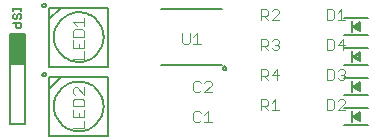
<source format=gto>
G75*
%MOIN*%
%OFA0B0*%
%FSLAX24Y24*%
%IPPOS*%
%LPD*%
%AMOC8*
5,1,8,0,0,1.08239X$1,22.5*
%
%ADD10C,0.0030*%
%ADD11C,0.0080*%
%ADD12R,0.0079X0.0394*%
%ADD13C,0.0060*%
%ADD14C,0.0050*%
D10*
X002995Y001161D02*
X003365Y001161D01*
X003365Y001407D01*
X003365Y001529D02*
X002995Y001529D01*
X002995Y001776D01*
X002995Y001897D02*
X002995Y002082D01*
X003056Y002144D01*
X003303Y002144D01*
X003365Y002082D01*
X003365Y001897D01*
X002995Y001897D01*
X003365Y001776D02*
X003365Y001529D01*
X003180Y001529D02*
X003180Y001652D01*
X003056Y002266D02*
X002995Y002327D01*
X002995Y002451D01*
X003056Y002512D01*
X003118Y002512D01*
X003365Y002266D01*
X003365Y002512D01*
X003365Y003471D02*
X002995Y003471D01*
X003365Y003471D02*
X003365Y003717D01*
X003365Y003839D02*
X002995Y003839D01*
X002995Y004086D01*
X002995Y004207D02*
X002995Y004392D01*
X003056Y004454D01*
X003303Y004454D01*
X003365Y004392D01*
X003365Y004207D01*
X002995Y004207D01*
X003365Y004086D02*
X003365Y003839D01*
X003180Y003839D02*
X003180Y003962D01*
X003118Y004576D02*
X002995Y004699D01*
X003365Y004699D01*
X003365Y004576D02*
X003365Y004822D01*
X006627Y004328D02*
X006627Y004019D01*
X006688Y003957D01*
X006812Y003957D01*
X006874Y004019D01*
X006874Y004328D01*
X006995Y004204D02*
X007118Y004328D01*
X007118Y003957D01*
X006995Y003957D02*
X007242Y003957D01*
X009245Y003881D02*
X009430Y003881D01*
X009492Y003942D01*
X009492Y004066D01*
X009430Y004128D01*
X009245Y004128D01*
X009245Y003757D01*
X009368Y003881D02*
X009492Y003757D01*
X009613Y003819D02*
X009675Y003757D01*
X009798Y003757D01*
X009860Y003819D01*
X009860Y003881D01*
X009798Y003942D01*
X009737Y003942D01*
X009798Y003942D02*
X009860Y004004D01*
X009860Y004066D01*
X009798Y004128D01*
X009675Y004128D01*
X009613Y004066D01*
X011445Y004128D02*
X011445Y003757D01*
X011630Y003757D01*
X011692Y003819D01*
X011692Y004066D01*
X011630Y004128D01*
X011445Y004128D01*
X011813Y003942D02*
X012060Y003942D01*
X011998Y004128D02*
X011813Y003942D01*
X011998Y003757D02*
X011998Y004128D01*
X011937Y004757D02*
X011937Y005128D01*
X011813Y005004D01*
X011692Y005066D02*
X011630Y005128D01*
X011445Y005128D01*
X011445Y004757D01*
X011630Y004757D01*
X011692Y004819D01*
X011692Y005066D01*
X011813Y004757D02*
X012060Y004757D01*
X009860Y004757D02*
X009613Y004757D01*
X009860Y005004D01*
X009860Y005066D01*
X009798Y005128D01*
X009675Y005128D01*
X009613Y005066D01*
X009492Y005066D02*
X009492Y004942D01*
X009430Y004881D01*
X009245Y004881D01*
X009368Y004881D02*
X009492Y004757D01*
X009245Y004757D02*
X009245Y005128D01*
X009430Y005128D01*
X009492Y005066D01*
X009430Y003128D02*
X009245Y003128D01*
X009245Y002757D01*
X009368Y002881D02*
X009492Y002757D01*
X009430Y002881D02*
X009245Y002881D01*
X009430Y002881D02*
X009492Y002942D01*
X009492Y003066D01*
X009430Y003128D01*
X009613Y002942D02*
X009798Y003128D01*
X009798Y002757D01*
X009860Y002942D02*
X009613Y002942D01*
X011445Y002757D02*
X011630Y002757D01*
X011692Y002819D01*
X011692Y003066D01*
X011630Y003128D01*
X011445Y003128D01*
X011445Y002757D01*
X011813Y002819D02*
X011875Y002757D01*
X011998Y002757D01*
X012060Y002819D01*
X012060Y002881D01*
X011998Y002942D01*
X011937Y002942D01*
X011998Y002942D02*
X012060Y003004D01*
X012060Y003066D01*
X011998Y003128D01*
X011875Y003128D01*
X011813Y003066D01*
X011875Y002128D02*
X011813Y002066D01*
X011875Y002128D02*
X011998Y002128D01*
X012060Y002066D01*
X012060Y002004D01*
X011813Y001757D01*
X012060Y001757D01*
X011692Y001819D02*
X011692Y002066D01*
X011630Y002128D01*
X011445Y002128D01*
X011445Y001757D01*
X011630Y001757D01*
X011692Y001819D01*
X009860Y001757D02*
X009613Y001757D01*
X009492Y001757D02*
X009368Y001881D01*
X009430Y001881D02*
X009245Y001881D01*
X009430Y001881D02*
X009492Y001942D01*
X009492Y002066D01*
X009430Y002128D01*
X009245Y002128D01*
X009245Y001757D01*
X009737Y001757D02*
X009737Y002128D01*
X009613Y002004D01*
X007610Y002357D02*
X007363Y002357D01*
X007610Y002604D01*
X007610Y002666D01*
X007548Y002728D01*
X007425Y002728D01*
X007363Y002666D01*
X007242Y002666D02*
X007180Y002728D01*
X007057Y002728D01*
X006995Y002666D01*
X006995Y002419D01*
X007057Y002357D01*
X007180Y002357D01*
X007242Y002419D01*
X007180Y001728D02*
X007057Y001728D01*
X006995Y001666D01*
X006995Y001419D01*
X007057Y001357D01*
X007180Y001357D01*
X007242Y001419D01*
X007363Y001357D02*
X007610Y001357D01*
X007487Y001357D02*
X007487Y001728D01*
X007363Y001604D01*
X007242Y001666D02*
X007180Y001728D01*
D11*
X012036Y001818D02*
X012824Y001818D01*
X012568Y001700D02*
X012568Y001385D01*
X012332Y001542D01*
X012568Y001700D01*
X012509Y001621D02*
X012509Y001463D01*
X012391Y001542D01*
X012509Y001621D01*
X012509Y001544D02*
X012393Y001544D01*
X012506Y001465D02*
X012509Y001465D01*
X012824Y001267D02*
X012036Y001267D01*
X012036Y002267D02*
X012824Y002267D01*
X012568Y002385D02*
X012332Y002542D01*
X012568Y002700D01*
X012568Y002385D01*
X012509Y002463D02*
X012391Y002542D01*
X012509Y002621D01*
X012509Y002463D01*
X012509Y002486D02*
X012476Y002486D01*
X012509Y002564D02*
X012423Y002564D01*
X012036Y002818D02*
X012824Y002818D01*
X012824Y003267D02*
X012036Y003267D01*
X012332Y003542D02*
X012568Y003385D01*
X012568Y003700D01*
X012332Y003542D01*
X012391Y003542D02*
X012509Y003463D01*
X012509Y003621D01*
X012391Y003542D01*
X012445Y003506D02*
X012509Y003506D01*
X012509Y003585D02*
X012454Y003585D01*
X012824Y003818D02*
X012036Y003818D01*
X012036Y004267D02*
X012824Y004267D01*
X012568Y004385D02*
X012332Y004542D01*
X012568Y004700D01*
X012568Y004385D01*
X012509Y004463D02*
X012391Y004542D01*
X012509Y004621D01*
X012509Y004463D01*
X012509Y004527D02*
X012414Y004527D01*
X012485Y004605D02*
X012509Y004605D01*
X012824Y004818D02*
X012036Y004818D01*
D12*
X012292Y004542D03*
X012292Y003542D03*
X012292Y002542D03*
X012292Y001542D03*
D13*
X007940Y003262D02*
X005930Y003262D01*
X001260Y004534D02*
X001217Y004491D01*
X001130Y004491D01*
X001087Y004534D01*
X001087Y004664D01*
X001000Y004664D02*
X001260Y004664D01*
X001260Y004534D01*
X001217Y004785D02*
X001260Y004829D01*
X001260Y004915D01*
X001217Y004959D01*
X001173Y004959D01*
X001130Y004915D01*
X001130Y004829D01*
X001087Y004785D01*
X001043Y004785D01*
X001000Y004829D01*
X001000Y004915D01*
X001043Y004959D01*
X001000Y005068D02*
X001000Y005155D01*
X001000Y005112D02*
X001260Y005112D01*
X001260Y005155D02*
X001260Y005068D01*
X005930Y005122D02*
X007940Y005122D01*
D14*
X002196Y002473D02*
X002196Y000898D01*
X004164Y000898D01*
X004164Y002866D01*
X002589Y002866D01*
X002196Y002473D01*
X002196Y002866D01*
X002589Y002866D01*
X001969Y002940D02*
X001971Y002954D01*
X001977Y002968D01*
X001985Y002980D01*
X001997Y002988D01*
X002011Y002994D01*
X002025Y002996D01*
X002039Y002994D01*
X002053Y002988D01*
X002065Y002980D01*
X002073Y002968D01*
X002079Y002954D01*
X002081Y002940D01*
X002079Y002926D01*
X002073Y002912D01*
X002065Y002900D01*
X002053Y002892D01*
X002039Y002886D01*
X002025Y002884D01*
X002011Y002886D01*
X001997Y002892D01*
X001985Y002900D01*
X001977Y002912D01*
X001971Y002926D01*
X001969Y002940D01*
X002196Y003208D02*
X002196Y004783D01*
X002589Y005176D01*
X004164Y005176D01*
X004164Y003208D01*
X002196Y003208D01*
X001380Y003292D02*
X001380Y004292D01*
X000880Y004292D01*
X000880Y003292D01*
X001380Y003292D01*
X001380Y003299D02*
X000880Y003299D01*
X000880Y003348D02*
X001380Y003348D01*
X001380Y003396D02*
X000880Y003396D01*
X000880Y003445D02*
X001380Y003445D01*
X001380Y003493D02*
X000880Y003493D01*
X000880Y003542D02*
X001380Y003542D01*
X001380Y003590D02*
X000880Y003590D01*
X000880Y003639D02*
X001380Y003639D01*
X001380Y003687D02*
X000880Y003687D01*
X000880Y003736D02*
X001380Y003736D01*
X001380Y003784D02*
X000880Y003784D01*
X000880Y003833D02*
X001380Y003833D01*
X001380Y003881D02*
X000880Y003881D01*
X000880Y003930D02*
X001380Y003930D01*
X001380Y003978D02*
X000880Y003978D01*
X000880Y004027D02*
X001380Y004027D01*
X001380Y004075D02*
X000880Y004075D01*
X000880Y004124D02*
X001380Y004124D01*
X001380Y004172D02*
X000880Y004172D01*
X000880Y004221D02*
X001380Y004221D01*
X001380Y004269D02*
X000880Y004269D01*
X000880Y004292D02*
X000880Y001292D01*
X001380Y001292D01*
X001380Y004292D01*
X000880Y004292D01*
X002196Y004783D02*
X002196Y005176D01*
X002589Y005176D01*
X001969Y005250D02*
X001971Y005264D01*
X001977Y005278D01*
X001985Y005290D01*
X001997Y005298D01*
X002011Y005304D01*
X002025Y005306D01*
X002039Y005304D01*
X002053Y005298D01*
X002065Y005290D01*
X002073Y005278D01*
X002079Y005264D01*
X002081Y005250D01*
X002079Y005236D01*
X002073Y005222D01*
X002065Y005210D01*
X002053Y005202D01*
X002039Y005196D01*
X002025Y005194D01*
X002011Y005196D01*
X001997Y005202D01*
X001985Y005210D01*
X001977Y005222D01*
X001971Y005236D01*
X001969Y005250D01*
X002353Y004192D02*
X002355Y004249D01*
X002361Y004306D01*
X002371Y004362D01*
X002384Y004418D01*
X002402Y004472D01*
X002423Y004525D01*
X002448Y004576D01*
X002476Y004626D01*
X002508Y004673D01*
X002542Y004719D01*
X002580Y004761D01*
X002621Y004801D01*
X002664Y004839D01*
X002710Y004873D01*
X002758Y004903D01*
X002808Y004931D01*
X002860Y004955D01*
X002914Y004975D01*
X002968Y004991D01*
X003024Y005004D01*
X003080Y005013D01*
X003137Y005018D01*
X003194Y005019D01*
X003251Y005016D01*
X003308Y005009D01*
X003364Y004998D01*
X003419Y004984D01*
X003473Y004965D01*
X003526Y004943D01*
X003577Y004918D01*
X003626Y004888D01*
X003673Y004856D01*
X003718Y004820D01*
X003760Y004782D01*
X003799Y004740D01*
X003835Y004696D01*
X003869Y004650D01*
X003899Y004601D01*
X003925Y004551D01*
X003948Y004499D01*
X003967Y004445D01*
X003983Y004390D01*
X003995Y004334D01*
X004003Y004277D01*
X004007Y004221D01*
X004007Y004163D01*
X004003Y004107D01*
X003995Y004050D01*
X003983Y003994D01*
X003967Y003939D01*
X003948Y003885D01*
X003925Y003833D01*
X003899Y003783D01*
X003869Y003734D01*
X003835Y003688D01*
X003799Y003644D01*
X003760Y003602D01*
X003718Y003564D01*
X003673Y003528D01*
X003626Y003496D01*
X003577Y003466D01*
X003526Y003441D01*
X003473Y003419D01*
X003419Y003400D01*
X003364Y003386D01*
X003308Y003375D01*
X003251Y003368D01*
X003194Y003365D01*
X003137Y003366D01*
X003080Y003371D01*
X003024Y003380D01*
X002968Y003393D01*
X002914Y003409D01*
X002860Y003429D01*
X002808Y003453D01*
X002758Y003481D01*
X002710Y003511D01*
X002664Y003545D01*
X002621Y003583D01*
X002580Y003623D01*
X002542Y003665D01*
X002508Y003711D01*
X002476Y003758D01*
X002448Y003808D01*
X002423Y003859D01*
X002402Y003912D01*
X002384Y003966D01*
X002371Y004022D01*
X002361Y004078D01*
X002355Y004135D01*
X002353Y004192D01*
X007986Y003157D02*
X007988Y003172D01*
X007994Y003185D01*
X008003Y003197D01*
X008014Y003206D01*
X008028Y003212D01*
X008043Y003214D01*
X008058Y003212D01*
X008071Y003206D01*
X008083Y003197D01*
X008092Y003186D01*
X008098Y003172D01*
X008100Y003157D01*
X008098Y003142D01*
X008092Y003129D01*
X008083Y003117D01*
X008072Y003108D01*
X008058Y003102D01*
X008043Y003100D01*
X008028Y003102D01*
X008015Y003108D01*
X008003Y003117D01*
X007994Y003128D01*
X007988Y003142D01*
X007986Y003157D01*
X002353Y001882D02*
X002355Y001939D01*
X002361Y001996D01*
X002371Y002052D01*
X002384Y002108D01*
X002402Y002162D01*
X002423Y002215D01*
X002448Y002266D01*
X002476Y002316D01*
X002508Y002363D01*
X002542Y002409D01*
X002580Y002451D01*
X002621Y002491D01*
X002664Y002529D01*
X002710Y002563D01*
X002758Y002593D01*
X002808Y002621D01*
X002860Y002645D01*
X002914Y002665D01*
X002968Y002681D01*
X003024Y002694D01*
X003080Y002703D01*
X003137Y002708D01*
X003194Y002709D01*
X003251Y002706D01*
X003308Y002699D01*
X003364Y002688D01*
X003419Y002674D01*
X003473Y002655D01*
X003526Y002633D01*
X003577Y002608D01*
X003626Y002578D01*
X003673Y002546D01*
X003718Y002510D01*
X003760Y002472D01*
X003799Y002430D01*
X003835Y002386D01*
X003869Y002340D01*
X003899Y002291D01*
X003925Y002241D01*
X003948Y002189D01*
X003967Y002135D01*
X003983Y002080D01*
X003995Y002024D01*
X004003Y001967D01*
X004007Y001911D01*
X004007Y001853D01*
X004003Y001797D01*
X003995Y001740D01*
X003983Y001684D01*
X003967Y001629D01*
X003948Y001575D01*
X003925Y001523D01*
X003899Y001473D01*
X003869Y001424D01*
X003835Y001378D01*
X003799Y001334D01*
X003760Y001292D01*
X003718Y001254D01*
X003673Y001218D01*
X003626Y001186D01*
X003577Y001156D01*
X003526Y001131D01*
X003473Y001109D01*
X003419Y001090D01*
X003364Y001076D01*
X003308Y001065D01*
X003251Y001058D01*
X003194Y001055D01*
X003137Y001056D01*
X003080Y001061D01*
X003024Y001070D01*
X002968Y001083D01*
X002914Y001099D01*
X002860Y001119D01*
X002808Y001143D01*
X002758Y001171D01*
X002710Y001201D01*
X002664Y001235D01*
X002621Y001273D01*
X002580Y001313D01*
X002542Y001355D01*
X002508Y001401D01*
X002476Y001448D01*
X002448Y001498D01*
X002423Y001549D01*
X002402Y001602D01*
X002384Y001656D01*
X002371Y001712D01*
X002361Y001768D01*
X002355Y001825D01*
X002353Y001882D01*
M02*

</source>
